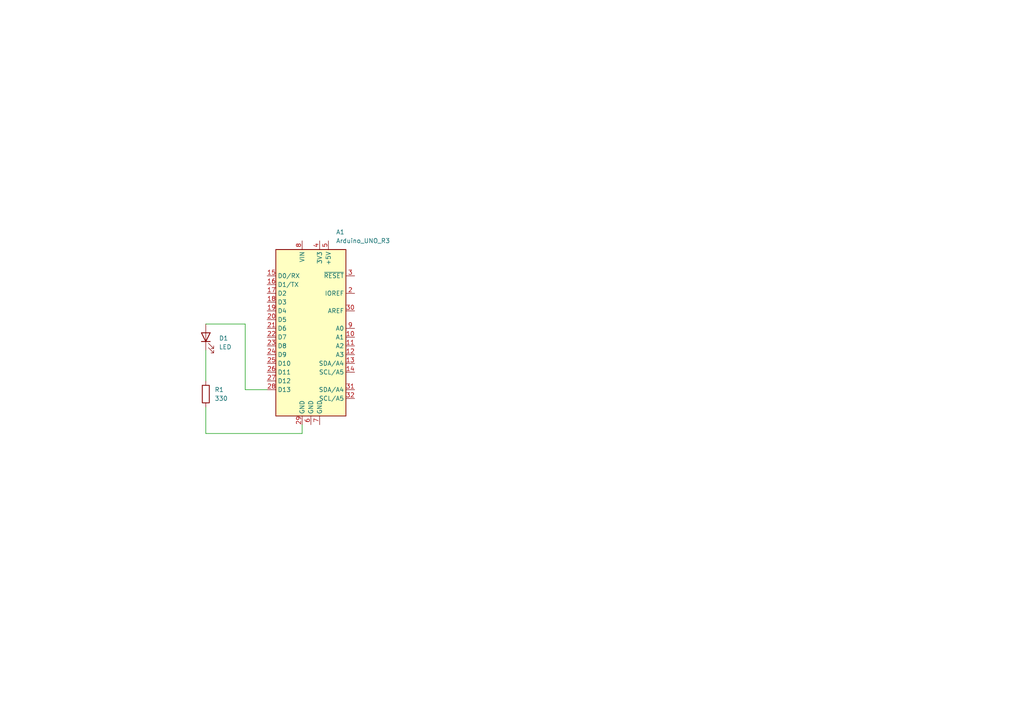
<source format=kicad_sch>
(kicad_sch (version 20231120) (generator "eeschema") (generator_version "8.0")
  (paper "A4")
  (lib_symbols
    (symbol "Device:LED" (pin_numbers hide) (pin_names (offset 1.016) hide)
      (property "Reference" "D" (at 0 2.54 0))
      (property "Value" "LED" (at 0 -2.54 0))
      (symbol "LED_0_1"
        (polyline (pts (xy -1.27 -1.27) (xy -1.27 1.27)) (stroke (width 0.254)))
        (polyline (pts (xy -1.27 0) (xy 1.27 0)))
        (polyline (pts (xy 1.27 -1.27) (xy 1.27 1.27) (xy -1.27 0) (xy 1.27 -1.27)) (stroke (width 0.254)))
        (polyline (pts (xy -3.048 -0.762) (xy -4.572 -2.286) (xy -3.81 -2.286) (xy -4.572 -2.286) (xy -4.572 -1.524)))
        (polyline (pts (xy -1.778 -0.762) (xy -3.302 -2.286) (xy -2.54 -2.286) (xy -3.302 -2.286) (xy -3.302 -1.524)))
      )
      (symbol "LED_1_1"
        (pin passive line (at -3.81 0 0) (length 2.54) (name "K") (number "1"))
        (pin passive line (at 3.81 0 180) (length 2.54) (name "A") (number "2"))
      )
    )
    (symbol "Device:R" (pin_numbers hide) (pin_names (offset 0))
      (property "Reference" "R" (at 2.032 0 90))
      (property "Value" "R" (at 0 0 90))
      (symbol "R_0_1"
        (rectangle (start -1.016 -2.54) (end 1.016 2.54) (stroke (width 0.254)))
      )
      (symbol "R_1_1"
        (pin passive line (at 0 3.81 270) (length 1.27) (name "~") (number "1"))
        (pin passive line (at 0 -3.81 90) (length 1.27) (name "~") (number "2"))
      )
    )
    (symbol "MCU_Module:Arduino_UNO_R3"
      (property "Reference" "A" (at -10.16 23.495 0))
      (property "Value" "Arduino_UNO_R3" (at 5.08 -26.67 0))
      (symbol "Arduino_UNO_R3_0_1"
        (rectangle (start -10.16 22.86) (end 10.16 -25.4) (stroke (width 0.254)) (fill (type background)))
      )
      (symbol "Arduino_UNO_R3_1_1"
        (pin no_connect line (at -10.16 -20.32 0) (length 2.54) hide (name "NC") (number "1"))
        (pin bidirectional line (at 12.7 -2.54 180) (length 2.54) (name "A1") (number "10"))
        (pin bidirectional line (at 12.7 -5.08 180) (length 2.54) (name "A2") (number "11"))
        (pin bidirectional line (at 12.7 -7.62 180) (length 2.54) (name "A3") (number "12"))
        (pin bidirectional line (at 12.7 -10.16 180) (length 2.54) (name "SDA/A4") (number "13"))
        (pin bidirectional line (at 12.7 -12.7 180) (length 2.54) (name "SCL/A5") (number "14"))
        (pin bidirectional line (at -12.7 15.24 0) (length 2.54) (name "D0/RX") (number "15"))
        (pin bidirectional line (at -12.7 12.7 0) (length 2.54) (name "D1/TX") (number "16"))
        (pin bidirectional line (at -12.7 10.16 0) (length 2.54) (name "D2") (number "17"))
        (pin bidirectional line (at -12.7 7.62 0) (length 2.54) (name "D3") (number "18"))
        (pin bidirectional line (at -12.7 5.08 0) (length 2.54) (name "D4") (number "19"))
        (pin output line (at 12.7 10.16 180) (length 2.54) (name "IOREF") (number "2"))
        (pin bidirectional line (at -12.7 2.54 0) (length 2.54) (name "D5") (number "20"))
        (pin bidirectional line (at -12.7 0 0) (length 2.54) (name "D6") (number "21"))
        (pin bidirectional line (at -12.7 -2.54 0) (length 2.54) (name "D7") (number "22"))
        (pin bidirectional line (at -12.7 -5.08 0) (length 2.54) (name "D8") (number "23"))
        (pin bidirectional line (at -12.7 -7.62 0) (length 2.54) (name "D9") (number "24"))
        (pin bidirectional line (at -12.7 -10.16 0) (length 2.54) (name "D10") (number "25"))
        (pin bidirectional line (at -12.7 -12.7 0) (length 2.54) (name "D11") (number "26"))
        (pin bidirectional line (at -12.7 -15.24 0) (length 2.54) (name "D12") (number "27"))
        (pin bidirectional line (at -12.7 -17.78 0) (length 2.54) (name "D13") (number "28"))
        (pin power_in line (at -2.54 -27.94 90) (length 2.54) (name "GND") (number "29"))
        (pin input line (at 12.7 15.24 180) (length 2.54) (name "~{RESET}") (number "3"))
        (pin input line (at 12.7 5.08 180) (length 2.54) (name "AREF") (number "30"))
        (pin bidirectional line (at 12.7 -17.78 180) (length 2.54) (name "SDA/A4") (number "31"))
        (pin bidirectional line (at 12.7 -20.32 180) (length 2.54) (name "SCL/A5") (number "32"))
        (pin power_out line (at 2.54 25.4 270) (length 2.54) (name "3V3") (number "4"))
        (pin power_out line (at 5.08 25.4 270) (length 2.54) (name "+5V") (number "5"))
        (pin power_in line (at 0 -27.94 90) (length 2.54) (name "GND") (number "6"))
        (pin power_in line (at 2.54 -27.94 90) (length 2.54) (name "GND") (number "7"))
        (pin power_in line (at -2.54 25.4 270) (length 2.54) (name "VIN") (number "8"))
        (pin bidirectional line (at 12.7 0 180) (length 2.54) (name "A0") (number "9"))
      )
    )
  )
  (wire (pts (xy 87.63 123.19) (xy 87.63 125.73)))
  (wire (pts (xy 59.69 125.73) (xy 87.63 125.73)))
  (wire (pts (xy 71.12 93.98) (xy 71.12 113.03)))
  (wire (pts (xy 71.12 113.03) (xy 77.47 113.03)))
  (wire (pts (xy 59.69 101.6) (xy 59.69 110.49)))
  (wire (pts (xy 59.69 93.98) (xy 71.12 93.98)))
  (wire (pts (xy 59.69 118.11) (xy 59.69 125.73)))
  (symbol (lib_id "Device:LED") (at 59.69 97.79 90) (unit 1)
    (property "Reference" "D1" (at 63.5 98.1074 90) (effects (justify right)))
    (property "Value" "LED" (at 63.5 100.6474 90) (effects (justify right)))
    (property "Description" "Light emitting diode" (effects (hide yes)))
  )
  (symbol (lib_id "Device:R") (at 59.69 114.3 0) (unit 1)
    (property "Reference" "R1" (at 62.23 113.0299 0) (effects (justify left)))
    (property "Value" "330" (at 62.23 115.5699 0) (effects (justify left)))
    (property "Description" "Resistor" (effects (hide yes)))
  )
  (symbol (lib_id "MCU_Module:Arduino_UNO_R3") (at 90.17 95.25 0) (unit 1)
    (property "Reference" "A1" (at 97.4441 67.31 0) (effects (justify left)))
    (property "Value" "Arduino_UNO_R3" (at 97.4441 69.85 0) (effects (justify left)))
    (property "Footprint" "Module:Arduino_UNO_R3" (effects (hide yes)))
    (property "Datasheet" "https://www.arduino.cc/en/Main/arduinoBoardUno" (effects (hide yes)))
    (property "Description" "Arduino UNO Microcontroller Module, release 3" (effects (hide yes)))
  )
)
</source>
